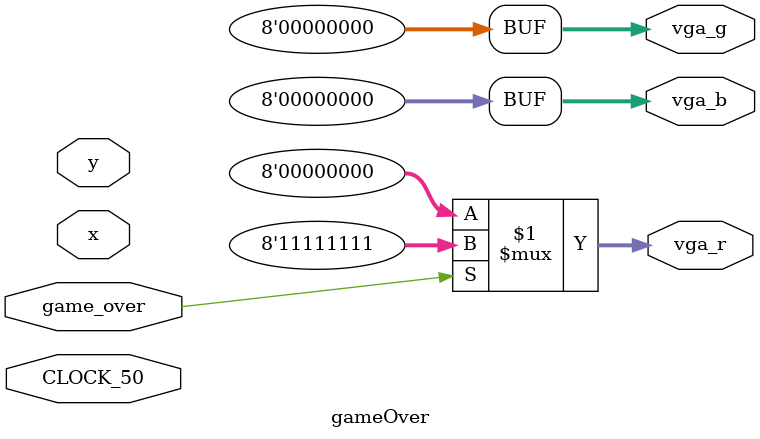
<source format=v>
module gameOver (
    input        CLOCK_50,
    input        game_over,
    input  [11:0] x,
    input  [11:0] y,
    output [7:0] vga_r,
    output [7:0] vga_g,
    output [7:0] vga_b
);

    // Red screen for game-over state
    assign vga_r = game_over ? 8'd255 : 8'd0;
    assign vga_g = game_over ? 8'd0 : 8'd0;
    assign vga_b = game_over ? 8'd0 : 8'd0;

endmodule

</source>
